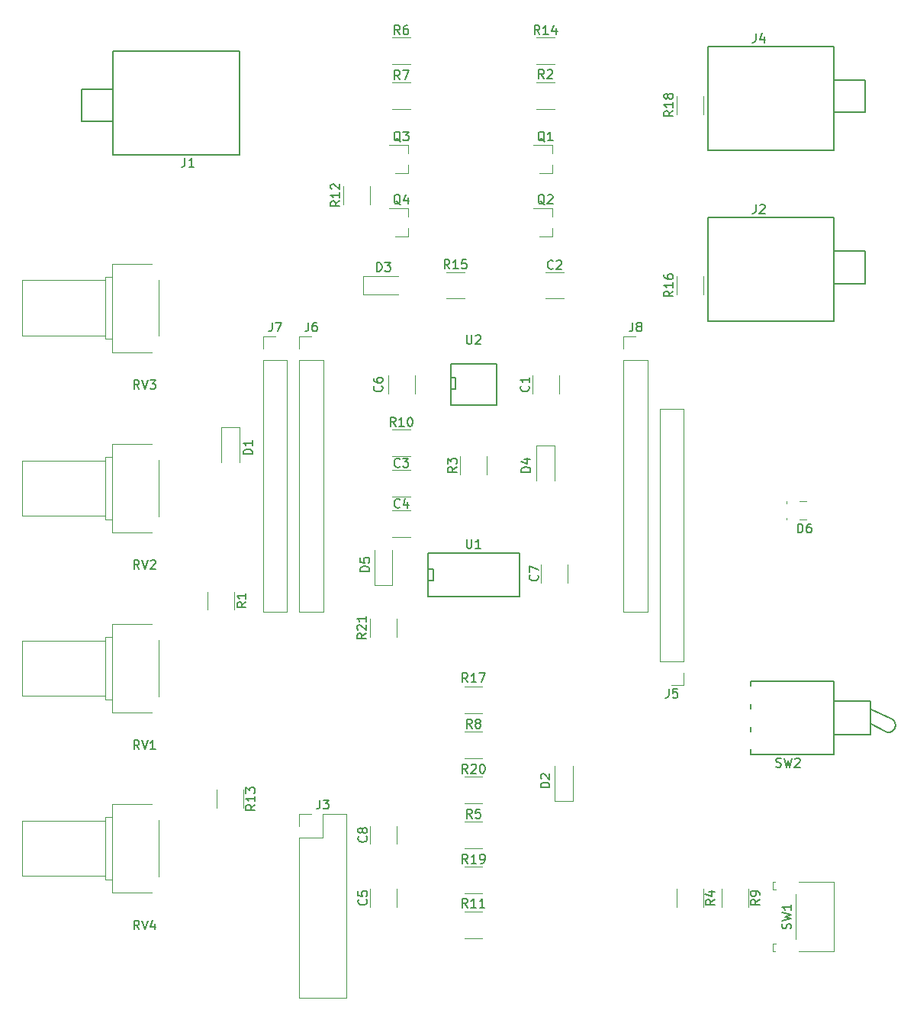
<source format=gbr>
G04 #@! TF.GenerationSoftware,KiCad,Pcbnew,(5.1.5)-3*
G04 #@! TF.CreationDate,2020-12-05T11:42:08-07:00*
G04 #@! TF.ProjectId,ADSR_Envelope,41445352-5f45-46e7-9665-6c6f70652e6b,rev?*
G04 #@! TF.SameCoordinates,Original*
G04 #@! TF.FileFunction,Legend,Top*
G04 #@! TF.FilePolarity,Positive*
%FSLAX46Y46*%
G04 Gerber Fmt 4.6, Leading zero omitted, Abs format (unit mm)*
G04 Created by KiCad (PCBNEW (5.1.5)-3) date 2020-12-05 11:42:08*
%MOMM*%
%LPD*%
G04 APERTURE LIST*
%ADD10C,0.120000*%
%ADD11C,0.150000*%
G04 APERTURE END LIST*
D10*
X73187600Y-103045600D02*
X73537600Y-103045600D01*
X73187600Y-103935600D02*
X73187600Y-103045600D01*
X73487600Y-103935600D02*
X73187600Y-103935600D01*
X76127600Y-103935600D02*
X79977600Y-103935600D01*
X80000000Y-103935600D02*
X80000000Y-96195600D01*
X79977600Y-96195600D02*
X76127600Y-96195600D01*
X75737600Y-97575600D02*
X75737600Y-102555600D01*
X73187600Y-97085600D02*
X73187600Y-96195600D01*
X73187600Y-97085600D02*
X73537600Y-97085600D01*
X73487600Y-96195600D02*
X73187600Y-96195600D01*
X56670000Y-35670000D02*
X58000000Y-35670000D01*
X56670000Y-37000000D02*
X56670000Y-35670000D01*
X56670000Y-38270000D02*
X59330000Y-38270000D01*
X59330000Y-38270000D02*
X59330000Y-66270000D01*
X56670000Y-38270000D02*
X56670000Y-66270000D01*
X56670000Y-66270000D02*
X59330000Y-66270000D01*
X14000000Y-45750000D02*
X14000000Y-49650000D01*
X12000000Y-45750000D02*
X12000000Y-49650000D01*
X14000000Y-45750000D02*
X12000000Y-45750000D01*
X62520000Y-11000000D02*
X62520000Y-9000000D01*
X65480000Y-9000000D02*
X65480000Y-11000000D01*
X76920000Y-56010000D02*
X76189000Y-56010000D01*
X74730000Y-56010000D02*
X74720000Y-56010000D01*
X76920000Y-53990000D02*
X76189000Y-53990000D01*
X74730000Y-53990000D02*
X74720000Y-53990000D01*
X74720000Y-56010000D02*
X74720000Y-55825000D01*
X74720000Y-54175000D02*
X74720000Y-53990000D01*
D11*
X0Y-11800000D02*
X-3500000Y-11800000D01*
X-3500000Y-8200000D02*
X-3500000Y-11800000D01*
X0Y-8200000D02*
X-3500000Y-8200000D01*
X0Y-15500000D02*
X0Y-4000000D01*
X14000000Y-15500000D02*
X0Y-15500000D01*
X14000000Y-4000000D02*
X14000000Y-15500000D01*
X0Y-4000000D02*
X14000000Y-4000000D01*
X80000000Y-26200000D02*
X83500000Y-26200000D01*
X83500000Y-29800000D02*
X83500000Y-26200000D01*
X80000000Y-29800000D02*
X83500000Y-29800000D01*
X80000000Y-22500000D02*
X80000000Y-34000000D01*
X66000000Y-22500000D02*
X80000000Y-22500000D01*
X66000000Y-34000000D02*
X66000000Y-22500000D01*
X80000000Y-34000000D02*
X66000000Y-34000000D01*
D10*
X20670000Y-109110000D02*
X25870000Y-109110000D01*
X20670000Y-91270000D02*
X20670000Y-109110000D01*
X25870000Y-88670000D02*
X25870000Y-109110000D01*
X20670000Y-91270000D02*
X23270000Y-91270000D01*
X23270000Y-91270000D02*
X23270000Y-88670000D01*
X23270000Y-88670000D02*
X25870000Y-88670000D01*
X20670000Y-90000000D02*
X20670000Y-88670000D01*
X20670000Y-88670000D02*
X22000000Y-88670000D01*
D11*
X80000000Y-15000000D02*
X66000000Y-15000000D01*
X66000000Y-15000000D02*
X66000000Y-3500000D01*
X66000000Y-3500000D02*
X80000000Y-3500000D01*
X80000000Y-3500000D02*
X80000000Y-15000000D01*
X80000000Y-10800000D02*
X83500000Y-10800000D01*
X83500000Y-10800000D02*
X83500000Y-7200000D01*
X80000000Y-7200000D02*
X83500000Y-7200000D01*
D10*
X-10060000Y-75560000D02*
X-10060000Y-69440000D01*
X-860000Y-75560000D02*
X-860000Y-69440000D01*
X-860000Y-69440000D02*
X-10060000Y-69440000D01*
X-860000Y-75560000D02*
X-10060000Y-75560000D01*
X-860000Y-75960000D02*
X-860000Y-69040000D01*
X-60000Y-75960000D02*
X-60000Y-69040000D01*
X-60000Y-69040000D02*
X-860000Y-69040000D01*
X-60000Y-75960000D02*
X-860000Y-75960000D01*
X-60000Y-77410000D02*
X-60000Y-67590000D01*
X5060000Y-75625000D02*
X5060000Y-69375000D01*
X4305000Y-67590000D02*
X-60000Y-67590000D01*
X4305000Y-77410000D02*
X-60000Y-77410000D01*
X4305000Y-57410000D02*
X-60000Y-57410000D01*
X4305000Y-47590000D02*
X-60000Y-47590000D01*
X5060000Y-55625000D02*
X5060000Y-49375000D01*
X-60000Y-57410000D02*
X-60000Y-47590000D01*
X-60000Y-55960000D02*
X-860000Y-55960000D01*
X-60000Y-49040000D02*
X-860000Y-49040000D01*
X-60000Y-55960000D02*
X-60000Y-49040000D01*
X-860000Y-55960000D02*
X-860000Y-49040000D01*
X-860000Y-55560000D02*
X-10060000Y-55560000D01*
X-860000Y-49440000D02*
X-10060000Y-49440000D01*
X-860000Y-55560000D02*
X-860000Y-49440000D01*
X-10060000Y-55560000D02*
X-10060000Y-49440000D01*
X4305000Y-37410000D02*
X-60000Y-37410000D01*
X4305000Y-27590000D02*
X-60000Y-27590000D01*
X5060000Y-35625000D02*
X5060000Y-29375000D01*
X-60000Y-37410000D02*
X-60000Y-27590000D01*
X-60000Y-35960000D02*
X-860000Y-35960000D01*
X-60000Y-29040000D02*
X-860000Y-29040000D01*
X-60000Y-35960000D02*
X-60000Y-29040000D01*
X-860000Y-35960000D02*
X-860000Y-29040000D01*
X-860000Y-35560000D02*
X-10060000Y-35560000D01*
X-860000Y-29440000D02*
X-10060000Y-29440000D01*
X-860000Y-35560000D02*
X-860000Y-29440000D01*
X-10060000Y-35560000D02*
X-10060000Y-29440000D01*
X-10060000Y-95560000D02*
X-10060000Y-89440000D01*
X-860000Y-95560000D02*
X-860000Y-89440000D01*
X-860000Y-89440000D02*
X-10060000Y-89440000D01*
X-860000Y-95560000D02*
X-10060000Y-95560000D01*
X-860000Y-95960000D02*
X-860000Y-89040000D01*
X-60000Y-95960000D02*
X-60000Y-89040000D01*
X-60000Y-89040000D02*
X-860000Y-89040000D01*
X-60000Y-95960000D02*
X-860000Y-95960000D01*
X-60000Y-97410000D02*
X-60000Y-87590000D01*
X5060000Y-95625000D02*
X5060000Y-89375000D01*
X4305000Y-87590000D02*
X-60000Y-87590000D01*
X4305000Y-97410000D02*
X-60000Y-97410000D01*
D11*
X86350000Y-78127000D02*
X84127500Y-77047500D01*
X84127500Y-78698500D02*
X85715000Y-79524000D01*
X80000000Y-76135000D02*
X84100000Y-76135000D01*
X84100000Y-79865000D02*
X84100000Y-76135000D01*
X80000000Y-79865000D02*
X84100000Y-79865000D01*
X70729000Y-73936000D02*
X70729000Y-74444000D01*
X70729000Y-76984000D02*
X70729000Y-76476000D01*
X70729000Y-79524000D02*
X70729000Y-79016000D01*
X70730000Y-82065000D02*
X70729000Y-81492500D01*
X80000000Y-82065000D02*
X70730000Y-82065000D01*
X80000000Y-73935000D02*
X70730000Y-73935000D01*
X80000000Y-82065000D02*
X80000000Y-73935000D01*
X86401026Y-78113848D02*
G75*
G02X85664201Y-79523999I-355826J-711652D01*
G01*
D10*
X63330000Y-43730000D02*
X60670000Y-43730000D01*
X63330000Y-71730000D02*
X63330000Y-43730000D01*
X60670000Y-71730000D02*
X60670000Y-43730000D01*
X63330000Y-71730000D02*
X60670000Y-71730000D01*
X63330000Y-73000000D02*
X63330000Y-74330000D01*
X63330000Y-74330000D02*
X62000000Y-74330000D01*
X20670000Y-35670000D02*
X22000000Y-35670000D01*
X20670000Y-37000000D02*
X20670000Y-35670000D01*
X20670000Y-38270000D02*
X23330000Y-38270000D01*
X23330000Y-38270000D02*
X23330000Y-66270000D01*
X20670000Y-38270000D02*
X20670000Y-66270000D01*
X20670000Y-66270000D02*
X23330000Y-66270000D01*
X16670000Y-66270000D02*
X19330000Y-66270000D01*
X16670000Y-38270000D02*
X16670000Y-66270000D01*
X19330000Y-38270000D02*
X19330000Y-66270000D01*
X16670000Y-38270000D02*
X19330000Y-38270000D01*
X16670000Y-37000000D02*
X16670000Y-35670000D01*
X16670000Y-35670000D02*
X18000000Y-35670000D01*
X49480000Y-42000000D02*
X49480000Y-40000000D01*
X46520000Y-40000000D02*
X46520000Y-42000000D01*
X50000000Y-28520000D02*
X48000000Y-28520000D01*
X48000000Y-31480000D02*
X50000000Y-31480000D01*
X33000000Y-50520000D02*
X31000000Y-50520000D01*
X31000000Y-53480000D02*
X33000000Y-53480000D01*
X31000000Y-57980000D02*
X33000000Y-57980000D01*
X33000000Y-55020000D02*
X31000000Y-55020000D01*
X31480000Y-99000000D02*
X31480000Y-97000000D01*
X28520000Y-97000000D02*
X28520000Y-99000000D01*
X30520000Y-40000000D02*
X30520000Y-42000000D01*
X33480000Y-42000000D02*
X33480000Y-40000000D01*
X47520000Y-61000000D02*
X47520000Y-63000000D01*
X50480000Y-63000000D02*
X50480000Y-61000000D01*
X28520000Y-90000000D02*
X28520000Y-92000000D01*
X31480000Y-92000000D02*
X31480000Y-90000000D01*
X49000000Y-87250000D02*
X49000000Y-83350000D01*
X51000000Y-87250000D02*
X51000000Y-83350000D01*
X49000000Y-87250000D02*
X51000000Y-87250000D01*
X27750000Y-29000000D02*
X27750000Y-31000000D01*
X27750000Y-31000000D02*
X31650000Y-31000000D01*
X27750000Y-29000000D02*
X31650000Y-29000000D01*
X49000000Y-47750000D02*
X47000000Y-47750000D01*
X47000000Y-47750000D02*
X47000000Y-51650000D01*
X49000000Y-47750000D02*
X49000000Y-51650000D01*
X29000000Y-63250000D02*
X29000000Y-59350000D01*
X31000000Y-63250000D02*
X31000000Y-59350000D01*
X29000000Y-63250000D02*
X31000000Y-63250000D01*
X48760000Y-17580000D02*
X48760000Y-16650000D01*
X48760000Y-14420000D02*
X48760000Y-15350000D01*
X48760000Y-14420000D02*
X46600000Y-14420000D01*
X48760000Y-17580000D02*
X47300000Y-17580000D01*
X48760000Y-24580000D02*
X48760000Y-23650000D01*
X48760000Y-21420000D02*
X48760000Y-22350000D01*
X48760000Y-21420000D02*
X46600000Y-21420000D01*
X48760000Y-24580000D02*
X47300000Y-24580000D01*
X32760000Y-17580000D02*
X31300000Y-17580000D01*
X32760000Y-14420000D02*
X30600000Y-14420000D01*
X32760000Y-14420000D02*
X32760000Y-15350000D01*
X32760000Y-17580000D02*
X32760000Y-16650000D01*
X32760000Y-24580000D02*
X31300000Y-24580000D01*
X32760000Y-21420000D02*
X30600000Y-21420000D01*
X32760000Y-21420000D02*
X32760000Y-22350000D01*
X32760000Y-24580000D02*
X32760000Y-23650000D01*
X13480000Y-64000000D02*
X13480000Y-66000000D01*
X10520000Y-66000000D02*
X10520000Y-64000000D01*
X47000000Y-7520000D02*
X49000000Y-7520000D01*
X49000000Y-10480000D02*
X47000000Y-10480000D01*
X38520000Y-51000000D02*
X38520000Y-49000000D01*
X41480000Y-49000000D02*
X41480000Y-51000000D01*
X65480000Y-97000000D02*
X65480000Y-99000000D01*
X62520000Y-99000000D02*
X62520000Y-97000000D01*
X41000000Y-92480000D02*
X39000000Y-92480000D01*
X39000000Y-89520000D02*
X41000000Y-89520000D01*
X33000000Y-5480000D02*
X31000000Y-5480000D01*
X31000000Y-2520000D02*
X33000000Y-2520000D01*
X31000000Y-7520000D02*
X33000000Y-7520000D01*
X33000000Y-10480000D02*
X31000000Y-10480000D01*
X39000000Y-79520000D02*
X41000000Y-79520000D01*
X41000000Y-82480000D02*
X39000000Y-82480000D01*
X67520000Y-99000000D02*
X67520000Y-97000000D01*
X70480000Y-97000000D02*
X70480000Y-99000000D01*
X33000000Y-48980000D02*
X31000000Y-48980000D01*
X31000000Y-46020000D02*
X33000000Y-46020000D01*
X39000000Y-99520000D02*
X41000000Y-99520000D01*
X41000000Y-102480000D02*
X39000000Y-102480000D01*
X25520000Y-21000000D02*
X25520000Y-19000000D01*
X28480000Y-19000000D02*
X28480000Y-21000000D01*
X11520000Y-88000000D02*
X11520000Y-86000000D01*
X14480000Y-86000000D02*
X14480000Y-88000000D01*
X49000000Y-5480000D02*
X47000000Y-5480000D01*
X47000000Y-2520000D02*
X49000000Y-2520000D01*
X37000000Y-28520000D02*
X39000000Y-28520000D01*
X39000000Y-31480000D02*
X37000000Y-31480000D01*
X65480000Y-29000000D02*
X65480000Y-31000000D01*
X62520000Y-31000000D02*
X62520000Y-29000000D01*
X41000000Y-77480000D02*
X39000000Y-77480000D01*
X39000000Y-74520000D02*
X41000000Y-74520000D01*
X41000000Y-97480000D02*
X39000000Y-97480000D01*
X39000000Y-94520000D02*
X41000000Y-94520000D01*
X39000000Y-84520000D02*
X41000000Y-84520000D01*
X41000000Y-87480000D02*
X39000000Y-87480000D01*
X31480000Y-67000000D02*
X31480000Y-69000000D01*
X28520000Y-69000000D02*
X28520000Y-67000000D01*
D11*
X35555000Y-62762000D02*
X34920000Y-62762000D01*
X35555000Y-61492000D02*
X35555000Y-62762000D01*
X34920000Y-61492000D02*
X35555000Y-61492000D01*
X34920000Y-59714000D02*
X45080000Y-59714000D01*
X34920000Y-64540000D02*
X34920000Y-59714000D01*
X45080000Y-64540000D02*
X34920000Y-64540000D01*
X45080000Y-59714000D02*
X45080000Y-64540000D01*
X37968000Y-41508000D02*
X37460000Y-41508000D01*
X37968000Y-40238000D02*
X37968000Y-41508000D01*
X37460000Y-40238000D02*
X37968000Y-40238000D01*
X37460000Y-43286000D02*
X37460000Y-38714000D01*
X42540000Y-43286000D02*
X37460000Y-43286000D01*
X42540000Y-38714000D02*
X42540000Y-43286000D01*
X37460000Y-38714000D02*
X42540000Y-38714000D01*
X75212361Y-101398933D02*
X75259980Y-101256076D01*
X75259980Y-101017980D01*
X75212361Y-100922742D01*
X75164742Y-100875123D01*
X75069504Y-100827504D01*
X74974266Y-100827504D01*
X74879028Y-100875123D01*
X74831409Y-100922742D01*
X74783790Y-101017980D01*
X74736171Y-101208457D01*
X74688552Y-101303695D01*
X74640933Y-101351314D01*
X74545695Y-101398933D01*
X74450457Y-101398933D01*
X74355219Y-101351314D01*
X74307600Y-101303695D01*
X74259980Y-101208457D01*
X74259980Y-100970361D01*
X74307600Y-100827504D01*
X74259980Y-100494171D02*
X75259980Y-100256076D01*
X74545695Y-100065600D01*
X75259980Y-99875123D01*
X74259980Y-99637028D01*
X75259980Y-98732266D02*
X75259980Y-99303695D01*
X75259980Y-99017980D02*
X74259980Y-99017980D01*
X74402838Y-99113219D01*
X74498076Y-99208457D01*
X74545695Y-99303695D01*
X57666666Y-34122380D02*
X57666666Y-34836666D01*
X57619047Y-34979523D01*
X57523809Y-35074761D01*
X57380952Y-35122380D01*
X57285714Y-35122380D01*
X58285714Y-34550952D02*
X58190476Y-34503333D01*
X58142857Y-34455714D01*
X58095238Y-34360476D01*
X58095238Y-34312857D01*
X58142857Y-34217619D01*
X58190476Y-34170000D01*
X58285714Y-34122380D01*
X58476190Y-34122380D01*
X58571428Y-34170000D01*
X58619047Y-34217619D01*
X58666666Y-34312857D01*
X58666666Y-34360476D01*
X58619047Y-34455714D01*
X58571428Y-34503333D01*
X58476190Y-34550952D01*
X58285714Y-34550952D01*
X58190476Y-34598571D01*
X58142857Y-34646190D01*
X58095238Y-34741428D01*
X58095238Y-34931904D01*
X58142857Y-35027142D01*
X58190476Y-35074761D01*
X58285714Y-35122380D01*
X58476190Y-35122380D01*
X58571428Y-35074761D01*
X58619047Y-35027142D01*
X58666666Y-34931904D01*
X58666666Y-34741428D01*
X58619047Y-34646190D01*
X58571428Y-34598571D01*
X58476190Y-34550952D01*
X15452380Y-48738095D02*
X14452380Y-48738095D01*
X14452380Y-48500000D01*
X14500000Y-48357142D01*
X14595238Y-48261904D01*
X14690476Y-48214285D01*
X14880952Y-48166666D01*
X15023809Y-48166666D01*
X15214285Y-48214285D01*
X15309523Y-48261904D01*
X15404761Y-48357142D01*
X15452380Y-48500000D01*
X15452380Y-48738095D01*
X15452380Y-47214285D02*
X15452380Y-47785714D01*
X15452380Y-47500000D02*
X14452380Y-47500000D01*
X14595238Y-47595238D01*
X14690476Y-47690476D01*
X14738095Y-47785714D01*
X62152380Y-10642857D02*
X61676190Y-10976190D01*
X62152380Y-11214285D02*
X61152380Y-11214285D01*
X61152380Y-10833333D01*
X61200000Y-10738095D01*
X61247619Y-10690476D01*
X61342857Y-10642857D01*
X61485714Y-10642857D01*
X61580952Y-10690476D01*
X61628571Y-10738095D01*
X61676190Y-10833333D01*
X61676190Y-11214285D01*
X62152380Y-9690476D02*
X62152380Y-10261904D01*
X62152380Y-9976190D02*
X61152380Y-9976190D01*
X61295238Y-10071428D01*
X61390476Y-10166666D01*
X61438095Y-10261904D01*
X61580952Y-9119047D02*
X61533333Y-9214285D01*
X61485714Y-9261904D01*
X61390476Y-9309523D01*
X61342857Y-9309523D01*
X61247619Y-9261904D01*
X61200000Y-9214285D01*
X61152380Y-9119047D01*
X61152380Y-8928571D01*
X61200000Y-8833333D01*
X61247619Y-8785714D01*
X61342857Y-8738095D01*
X61390476Y-8738095D01*
X61485714Y-8785714D01*
X61533333Y-8833333D01*
X61580952Y-8928571D01*
X61580952Y-9119047D01*
X61628571Y-9214285D01*
X61676190Y-9261904D01*
X61771428Y-9309523D01*
X61961904Y-9309523D01*
X62057142Y-9261904D01*
X62104761Y-9214285D01*
X62152380Y-9119047D01*
X62152380Y-8928571D01*
X62104761Y-8833333D01*
X62057142Y-8785714D01*
X61961904Y-8738095D01*
X61771428Y-8738095D01*
X61676190Y-8785714D01*
X61628571Y-8833333D01*
X61580952Y-8928571D01*
X75991904Y-57462380D02*
X75991904Y-56462380D01*
X76230000Y-56462380D01*
X76372857Y-56510000D01*
X76468095Y-56605238D01*
X76515714Y-56700476D01*
X76563333Y-56890952D01*
X76563333Y-57033809D01*
X76515714Y-57224285D01*
X76468095Y-57319523D01*
X76372857Y-57414761D01*
X76230000Y-57462380D01*
X75991904Y-57462380D01*
X77420476Y-56462380D02*
X77230000Y-56462380D01*
X77134761Y-56510000D01*
X77087142Y-56557619D01*
X76991904Y-56700476D01*
X76944285Y-56890952D01*
X76944285Y-57271904D01*
X76991904Y-57367142D01*
X77039523Y-57414761D01*
X77134761Y-57462380D01*
X77325238Y-57462380D01*
X77420476Y-57414761D01*
X77468095Y-57367142D01*
X77515714Y-57271904D01*
X77515714Y-57033809D01*
X77468095Y-56938571D01*
X77420476Y-56890952D01*
X77325238Y-56843333D01*
X77134761Y-56843333D01*
X77039523Y-56890952D01*
X76991904Y-56938571D01*
X76944285Y-57033809D01*
X7985166Y-15865880D02*
X7985166Y-16580166D01*
X7937547Y-16723023D01*
X7842309Y-16818261D01*
X7699452Y-16865880D01*
X7604214Y-16865880D01*
X8985166Y-16865880D02*
X8413738Y-16865880D01*
X8699452Y-16865880D02*
X8699452Y-15865880D01*
X8604214Y-16008738D01*
X8508976Y-16103976D01*
X8413738Y-16151595D01*
X71348166Y-21038880D02*
X71348166Y-21753166D01*
X71300547Y-21896023D01*
X71205309Y-21991261D01*
X71062452Y-22038880D01*
X70967214Y-22038880D01*
X71776738Y-21134119D02*
X71824357Y-21086500D01*
X71919595Y-21038880D01*
X72157690Y-21038880D01*
X72252928Y-21086500D01*
X72300547Y-21134119D01*
X72348166Y-21229357D01*
X72348166Y-21324595D01*
X72300547Y-21467452D01*
X71729119Y-22038880D01*
X72348166Y-22038880D01*
X22936666Y-87122380D02*
X22936666Y-87836666D01*
X22889047Y-87979523D01*
X22793809Y-88074761D01*
X22650952Y-88122380D01*
X22555714Y-88122380D01*
X23317619Y-87122380D02*
X23936666Y-87122380D01*
X23603333Y-87503333D01*
X23746190Y-87503333D01*
X23841428Y-87550952D01*
X23889047Y-87598571D01*
X23936666Y-87693809D01*
X23936666Y-87931904D01*
X23889047Y-88027142D01*
X23841428Y-88074761D01*
X23746190Y-88122380D01*
X23460476Y-88122380D01*
X23365238Y-88074761D01*
X23317619Y-88027142D01*
X71348166Y-2038880D02*
X71348166Y-2753166D01*
X71300547Y-2896023D01*
X71205309Y-2991261D01*
X71062452Y-3038880D01*
X70967214Y-3038880D01*
X72252928Y-2372214D02*
X72252928Y-3038880D01*
X72014833Y-1991261D02*
X71776738Y-2705547D01*
X72395785Y-2705547D01*
X2904761Y-81502380D02*
X2571428Y-81026190D01*
X2333333Y-81502380D02*
X2333333Y-80502380D01*
X2714285Y-80502380D01*
X2809523Y-80550000D01*
X2857142Y-80597619D01*
X2904761Y-80692857D01*
X2904761Y-80835714D01*
X2857142Y-80930952D01*
X2809523Y-80978571D01*
X2714285Y-81026190D01*
X2333333Y-81026190D01*
X3190476Y-80502380D02*
X3523809Y-81502380D01*
X3857142Y-80502380D01*
X4714285Y-81502380D02*
X4142857Y-81502380D01*
X4428571Y-81502380D02*
X4428571Y-80502380D01*
X4333333Y-80645238D01*
X4238095Y-80740476D01*
X4142857Y-80788095D01*
X2904761Y-61502380D02*
X2571428Y-61026190D01*
X2333333Y-61502380D02*
X2333333Y-60502380D01*
X2714285Y-60502380D01*
X2809523Y-60550000D01*
X2857142Y-60597619D01*
X2904761Y-60692857D01*
X2904761Y-60835714D01*
X2857142Y-60930952D01*
X2809523Y-60978571D01*
X2714285Y-61026190D01*
X2333333Y-61026190D01*
X3190476Y-60502380D02*
X3523809Y-61502380D01*
X3857142Y-60502380D01*
X4142857Y-60597619D02*
X4190476Y-60550000D01*
X4285714Y-60502380D01*
X4523809Y-60502380D01*
X4619047Y-60550000D01*
X4666666Y-60597619D01*
X4714285Y-60692857D01*
X4714285Y-60788095D01*
X4666666Y-60930952D01*
X4095238Y-61502380D01*
X4714285Y-61502380D01*
X2904761Y-41502380D02*
X2571428Y-41026190D01*
X2333333Y-41502380D02*
X2333333Y-40502380D01*
X2714285Y-40502380D01*
X2809523Y-40550000D01*
X2857142Y-40597619D01*
X2904761Y-40692857D01*
X2904761Y-40835714D01*
X2857142Y-40930952D01*
X2809523Y-40978571D01*
X2714285Y-41026190D01*
X2333333Y-41026190D01*
X3190476Y-40502380D02*
X3523809Y-41502380D01*
X3857142Y-40502380D01*
X4095238Y-40502380D02*
X4714285Y-40502380D01*
X4380952Y-40883333D01*
X4523809Y-40883333D01*
X4619047Y-40930952D01*
X4666666Y-40978571D01*
X4714285Y-41073809D01*
X4714285Y-41311904D01*
X4666666Y-41407142D01*
X4619047Y-41454761D01*
X4523809Y-41502380D01*
X4238095Y-41502380D01*
X4142857Y-41454761D01*
X4095238Y-41407142D01*
X2904761Y-101502380D02*
X2571428Y-101026190D01*
X2333333Y-101502380D02*
X2333333Y-100502380D01*
X2714285Y-100502380D01*
X2809523Y-100550000D01*
X2857142Y-100597619D01*
X2904761Y-100692857D01*
X2904761Y-100835714D01*
X2857142Y-100930952D01*
X2809523Y-100978571D01*
X2714285Y-101026190D01*
X2333333Y-101026190D01*
X3190476Y-100502380D02*
X3523809Y-101502380D01*
X3857142Y-100502380D01*
X4619047Y-100835714D02*
X4619047Y-101502380D01*
X4380952Y-100454761D02*
X4142857Y-101169047D01*
X4761904Y-101169047D01*
X73586666Y-83421261D02*
X73729523Y-83468880D01*
X73967619Y-83468880D01*
X74062857Y-83421261D01*
X74110476Y-83373642D01*
X74158095Y-83278404D01*
X74158095Y-83183166D01*
X74110476Y-83087928D01*
X74062857Y-83040309D01*
X73967619Y-82992690D01*
X73777142Y-82945071D01*
X73681904Y-82897452D01*
X73634285Y-82849833D01*
X73586666Y-82754595D01*
X73586666Y-82659357D01*
X73634285Y-82564119D01*
X73681904Y-82516500D01*
X73777142Y-82468880D01*
X74015238Y-82468880D01*
X74158095Y-82516500D01*
X74491428Y-82468880D02*
X74729523Y-83468880D01*
X74920000Y-82754595D01*
X75110476Y-83468880D01*
X75348571Y-82468880D01*
X75681904Y-82564119D02*
X75729523Y-82516500D01*
X75824761Y-82468880D01*
X76062857Y-82468880D01*
X76158095Y-82516500D01*
X76205714Y-82564119D01*
X76253333Y-82659357D01*
X76253333Y-82754595D01*
X76205714Y-82897452D01*
X75634285Y-83468880D01*
X76253333Y-83468880D01*
X61666666Y-74782380D02*
X61666666Y-75496666D01*
X61619047Y-75639523D01*
X61523809Y-75734761D01*
X61380952Y-75782380D01*
X61285714Y-75782380D01*
X62619047Y-74782380D02*
X62142857Y-74782380D01*
X62095238Y-75258571D01*
X62142857Y-75210952D01*
X62238095Y-75163333D01*
X62476190Y-75163333D01*
X62571428Y-75210952D01*
X62619047Y-75258571D01*
X62666666Y-75353809D01*
X62666666Y-75591904D01*
X62619047Y-75687142D01*
X62571428Y-75734761D01*
X62476190Y-75782380D01*
X62238095Y-75782380D01*
X62142857Y-75734761D01*
X62095238Y-75687142D01*
X21666666Y-34122380D02*
X21666666Y-34836666D01*
X21619047Y-34979523D01*
X21523809Y-35074761D01*
X21380952Y-35122380D01*
X21285714Y-35122380D01*
X22571428Y-34122380D02*
X22380952Y-34122380D01*
X22285714Y-34170000D01*
X22238095Y-34217619D01*
X22142857Y-34360476D01*
X22095238Y-34550952D01*
X22095238Y-34931904D01*
X22142857Y-35027142D01*
X22190476Y-35074761D01*
X22285714Y-35122380D01*
X22476190Y-35122380D01*
X22571428Y-35074761D01*
X22619047Y-35027142D01*
X22666666Y-34931904D01*
X22666666Y-34693809D01*
X22619047Y-34598571D01*
X22571428Y-34550952D01*
X22476190Y-34503333D01*
X22285714Y-34503333D01*
X22190476Y-34550952D01*
X22142857Y-34598571D01*
X22095238Y-34693809D01*
X17666666Y-34122380D02*
X17666666Y-34836666D01*
X17619047Y-34979523D01*
X17523809Y-35074761D01*
X17380952Y-35122380D01*
X17285714Y-35122380D01*
X18047619Y-34122380D02*
X18714285Y-34122380D01*
X18285714Y-35122380D01*
X46107142Y-41166666D02*
X46154761Y-41214285D01*
X46202380Y-41357142D01*
X46202380Y-41452380D01*
X46154761Y-41595238D01*
X46059523Y-41690476D01*
X45964285Y-41738095D01*
X45773809Y-41785714D01*
X45630952Y-41785714D01*
X45440476Y-41738095D01*
X45345238Y-41690476D01*
X45250000Y-41595238D01*
X45202380Y-41452380D01*
X45202380Y-41357142D01*
X45250000Y-41214285D01*
X45297619Y-41166666D01*
X46202380Y-40214285D02*
X46202380Y-40785714D01*
X46202380Y-40500000D02*
X45202380Y-40500000D01*
X45345238Y-40595238D01*
X45440476Y-40690476D01*
X45488095Y-40785714D01*
X48833333Y-28107142D02*
X48785714Y-28154761D01*
X48642857Y-28202380D01*
X48547619Y-28202380D01*
X48404761Y-28154761D01*
X48309523Y-28059523D01*
X48261904Y-27964285D01*
X48214285Y-27773809D01*
X48214285Y-27630952D01*
X48261904Y-27440476D01*
X48309523Y-27345238D01*
X48404761Y-27250000D01*
X48547619Y-27202380D01*
X48642857Y-27202380D01*
X48785714Y-27250000D01*
X48833333Y-27297619D01*
X49214285Y-27297619D02*
X49261904Y-27250000D01*
X49357142Y-27202380D01*
X49595238Y-27202380D01*
X49690476Y-27250000D01*
X49738095Y-27297619D01*
X49785714Y-27392857D01*
X49785714Y-27488095D01*
X49738095Y-27630952D01*
X49166666Y-28202380D01*
X49785714Y-28202380D01*
X31833333Y-50107142D02*
X31785714Y-50154761D01*
X31642857Y-50202380D01*
X31547619Y-50202380D01*
X31404761Y-50154761D01*
X31309523Y-50059523D01*
X31261904Y-49964285D01*
X31214285Y-49773809D01*
X31214285Y-49630952D01*
X31261904Y-49440476D01*
X31309523Y-49345238D01*
X31404761Y-49250000D01*
X31547619Y-49202380D01*
X31642857Y-49202380D01*
X31785714Y-49250000D01*
X31833333Y-49297619D01*
X32166666Y-49202380D02*
X32785714Y-49202380D01*
X32452380Y-49583333D01*
X32595238Y-49583333D01*
X32690476Y-49630952D01*
X32738095Y-49678571D01*
X32785714Y-49773809D01*
X32785714Y-50011904D01*
X32738095Y-50107142D01*
X32690476Y-50154761D01*
X32595238Y-50202380D01*
X32309523Y-50202380D01*
X32214285Y-50154761D01*
X32166666Y-50107142D01*
X31833333Y-54607142D02*
X31785714Y-54654761D01*
X31642857Y-54702380D01*
X31547619Y-54702380D01*
X31404761Y-54654761D01*
X31309523Y-54559523D01*
X31261904Y-54464285D01*
X31214285Y-54273809D01*
X31214285Y-54130952D01*
X31261904Y-53940476D01*
X31309523Y-53845238D01*
X31404761Y-53750000D01*
X31547619Y-53702380D01*
X31642857Y-53702380D01*
X31785714Y-53750000D01*
X31833333Y-53797619D01*
X32690476Y-54035714D02*
X32690476Y-54702380D01*
X32452380Y-53654761D02*
X32214285Y-54369047D01*
X32833333Y-54369047D01*
X28107142Y-98166666D02*
X28154761Y-98214285D01*
X28202380Y-98357142D01*
X28202380Y-98452380D01*
X28154761Y-98595238D01*
X28059523Y-98690476D01*
X27964285Y-98738095D01*
X27773809Y-98785714D01*
X27630952Y-98785714D01*
X27440476Y-98738095D01*
X27345238Y-98690476D01*
X27250000Y-98595238D01*
X27202380Y-98452380D01*
X27202380Y-98357142D01*
X27250000Y-98214285D01*
X27297619Y-98166666D01*
X27202380Y-97261904D02*
X27202380Y-97738095D01*
X27678571Y-97785714D01*
X27630952Y-97738095D01*
X27583333Y-97642857D01*
X27583333Y-97404761D01*
X27630952Y-97309523D01*
X27678571Y-97261904D01*
X27773809Y-97214285D01*
X28011904Y-97214285D01*
X28107142Y-97261904D01*
X28154761Y-97309523D01*
X28202380Y-97404761D01*
X28202380Y-97642857D01*
X28154761Y-97738095D01*
X28107142Y-97785714D01*
X29821142Y-41187666D02*
X29868761Y-41235285D01*
X29916380Y-41378142D01*
X29916380Y-41473380D01*
X29868761Y-41616238D01*
X29773523Y-41711476D01*
X29678285Y-41759095D01*
X29487809Y-41806714D01*
X29344952Y-41806714D01*
X29154476Y-41759095D01*
X29059238Y-41711476D01*
X28964000Y-41616238D01*
X28916380Y-41473380D01*
X28916380Y-41378142D01*
X28964000Y-41235285D01*
X29011619Y-41187666D01*
X28916380Y-40330523D02*
X28916380Y-40521000D01*
X28964000Y-40616238D01*
X29011619Y-40663857D01*
X29154476Y-40759095D01*
X29344952Y-40806714D01*
X29725904Y-40806714D01*
X29821142Y-40759095D01*
X29868761Y-40711476D01*
X29916380Y-40616238D01*
X29916380Y-40425761D01*
X29868761Y-40330523D01*
X29821142Y-40282904D01*
X29725904Y-40235285D01*
X29487809Y-40235285D01*
X29392571Y-40282904D01*
X29344952Y-40330523D01*
X29297333Y-40425761D01*
X29297333Y-40616238D01*
X29344952Y-40711476D01*
X29392571Y-40759095D01*
X29487809Y-40806714D01*
X47107142Y-62166666D02*
X47154761Y-62214285D01*
X47202380Y-62357142D01*
X47202380Y-62452380D01*
X47154761Y-62595238D01*
X47059523Y-62690476D01*
X46964285Y-62738095D01*
X46773809Y-62785714D01*
X46630952Y-62785714D01*
X46440476Y-62738095D01*
X46345238Y-62690476D01*
X46250000Y-62595238D01*
X46202380Y-62452380D01*
X46202380Y-62357142D01*
X46250000Y-62214285D01*
X46297619Y-62166666D01*
X46202380Y-61833333D02*
X46202380Y-61166666D01*
X47202380Y-61595238D01*
X28107142Y-91166666D02*
X28154761Y-91214285D01*
X28202380Y-91357142D01*
X28202380Y-91452380D01*
X28154761Y-91595238D01*
X28059523Y-91690476D01*
X27964285Y-91738095D01*
X27773809Y-91785714D01*
X27630952Y-91785714D01*
X27440476Y-91738095D01*
X27345238Y-91690476D01*
X27250000Y-91595238D01*
X27202380Y-91452380D01*
X27202380Y-91357142D01*
X27250000Y-91214285D01*
X27297619Y-91166666D01*
X27630952Y-90595238D02*
X27583333Y-90690476D01*
X27535714Y-90738095D01*
X27440476Y-90785714D01*
X27392857Y-90785714D01*
X27297619Y-90738095D01*
X27250000Y-90690476D01*
X27202380Y-90595238D01*
X27202380Y-90404761D01*
X27250000Y-90309523D01*
X27297619Y-90261904D01*
X27392857Y-90214285D01*
X27440476Y-90214285D01*
X27535714Y-90261904D01*
X27583333Y-90309523D01*
X27630952Y-90404761D01*
X27630952Y-90595238D01*
X27678571Y-90690476D01*
X27726190Y-90738095D01*
X27821428Y-90785714D01*
X28011904Y-90785714D01*
X28107142Y-90738095D01*
X28154761Y-90690476D01*
X28202380Y-90595238D01*
X28202380Y-90404761D01*
X28154761Y-90309523D01*
X28107142Y-90261904D01*
X28011904Y-90214285D01*
X27821428Y-90214285D01*
X27726190Y-90261904D01*
X27678571Y-90309523D01*
X27630952Y-90404761D01*
X48452380Y-85738095D02*
X47452380Y-85738095D01*
X47452380Y-85500000D01*
X47500000Y-85357142D01*
X47595238Y-85261904D01*
X47690476Y-85214285D01*
X47880952Y-85166666D01*
X48023809Y-85166666D01*
X48214285Y-85214285D01*
X48309523Y-85261904D01*
X48404761Y-85357142D01*
X48452380Y-85500000D01*
X48452380Y-85738095D01*
X47547619Y-84785714D02*
X47500000Y-84738095D01*
X47452380Y-84642857D01*
X47452380Y-84404761D01*
X47500000Y-84309523D01*
X47547619Y-84261904D01*
X47642857Y-84214285D01*
X47738095Y-84214285D01*
X47880952Y-84261904D01*
X48452380Y-84833333D01*
X48452380Y-84214285D01*
X29261904Y-28452380D02*
X29261904Y-27452380D01*
X29500000Y-27452380D01*
X29642857Y-27500000D01*
X29738095Y-27595238D01*
X29785714Y-27690476D01*
X29833333Y-27880952D01*
X29833333Y-28023809D01*
X29785714Y-28214285D01*
X29738095Y-28309523D01*
X29642857Y-28404761D01*
X29500000Y-28452380D01*
X29261904Y-28452380D01*
X30166666Y-27452380D02*
X30785714Y-27452380D01*
X30452380Y-27833333D01*
X30595238Y-27833333D01*
X30690476Y-27880952D01*
X30738095Y-27928571D01*
X30785714Y-28023809D01*
X30785714Y-28261904D01*
X30738095Y-28357142D01*
X30690476Y-28404761D01*
X30595238Y-28452380D01*
X30309523Y-28452380D01*
X30214285Y-28404761D01*
X30166666Y-28357142D01*
X46324780Y-50738095D02*
X45324780Y-50738095D01*
X45324780Y-50500000D01*
X45372400Y-50357142D01*
X45467638Y-50261904D01*
X45562876Y-50214285D01*
X45753352Y-50166666D01*
X45896209Y-50166666D01*
X46086685Y-50214285D01*
X46181923Y-50261904D01*
X46277161Y-50357142D01*
X46324780Y-50500000D01*
X46324780Y-50738095D01*
X45658114Y-49309523D02*
X46324780Y-49309523D01*
X45277161Y-49547619D02*
X45991447Y-49785714D01*
X45991447Y-49166666D01*
X28443180Y-61738095D02*
X27443180Y-61738095D01*
X27443180Y-61500000D01*
X27490800Y-61357142D01*
X27586038Y-61261904D01*
X27681276Y-61214285D01*
X27871752Y-61166666D01*
X28014609Y-61166666D01*
X28205085Y-61214285D01*
X28300323Y-61261904D01*
X28395561Y-61357142D01*
X28443180Y-61500000D01*
X28443180Y-61738095D01*
X27443180Y-60261904D02*
X27443180Y-60738095D01*
X27919371Y-60785714D01*
X27871752Y-60738095D01*
X27824133Y-60642857D01*
X27824133Y-60404761D01*
X27871752Y-60309523D01*
X27919371Y-60261904D01*
X28014609Y-60214285D01*
X28252704Y-60214285D01*
X28347942Y-60261904D01*
X28395561Y-60309523D01*
X28443180Y-60404761D01*
X28443180Y-60642857D01*
X28395561Y-60738095D01*
X28347942Y-60785714D01*
X47904761Y-14047619D02*
X47809523Y-14000000D01*
X47714285Y-13904761D01*
X47571428Y-13761904D01*
X47476190Y-13714285D01*
X47380952Y-13714285D01*
X47428571Y-13952380D02*
X47333333Y-13904761D01*
X47238095Y-13809523D01*
X47190476Y-13619047D01*
X47190476Y-13285714D01*
X47238095Y-13095238D01*
X47333333Y-13000000D01*
X47428571Y-12952380D01*
X47619047Y-12952380D01*
X47714285Y-13000000D01*
X47809523Y-13095238D01*
X47857142Y-13285714D01*
X47857142Y-13619047D01*
X47809523Y-13809523D01*
X47714285Y-13904761D01*
X47619047Y-13952380D01*
X47428571Y-13952380D01*
X48809523Y-13952380D02*
X48238095Y-13952380D01*
X48523809Y-13952380D02*
X48523809Y-12952380D01*
X48428571Y-13095238D01*
X48333333Y-13190476D01*
X48238095Y-13238095D01*
X47904761Y-21047619D02*
X47809523Y-21000000D01*
X47714285Y-20904761D01*
X47571428Y-20761904D01*
X47476190Y-20714285D01*
X47380952Y-20714285D01*
X47428571Y-20952380D02*
X47333333Y-20904761D01*
X47238095Y-20809523D01*
X47190476Y-20619047D01*
X47190476Y-20285714D01*
X47238095Y-20095238D01*
X47333333Y-20000000D01*
X47428571Y-19952380D01*
X47619047Y-19952380D01*
X47714285Y-20000000D01*
X47809523Y-20095238D01*
X47857142Y-20285714D01*
X47857142Y-20619047D01*
X47809523Y-20809523D01*
X47714285Y-20904761D01*
X47619047Y-20952380D01*
X47428571Y-20952380D01*
X48238095Y-20047619D02*
X48285714Y-20000000D01*
X48380952Y-19952380D01*
X48619047Y-19952380D01*
X48714285Y-20000000D01*
X48761904Y-20047619D01*
X48809523Y-20142857D01*
X48809523Y-20238095D01*
X48761904Y-20380952D01*
X48190476Y-20952380D01*
X48809523Y-20952380D01*
X31904761Y-14047619D02*
X31809523Y-14000000D01*
X31714285Y-13904761D01*
X31571428Y-13761904D01*
X31476190Y-13714285D01*
X31380952Y-13714285D01*
X31428571Y-13952380D02*
X31333333Y-13904761D01*
X31238095Y-13809523D01*
X31190476Y-13619047D01*
X31190476Y-13285714D01*
X31238095Y-13095238D01*
X31333333Y-13000000D01*
X31428571Y-12952380D01*
X31619047Y-12952380D01*
X31714285Y-13000000D01*
X31809523Y-13095238D01*
X31857142Y-13285714D01*
X31857142Y-13619047D01*
X31809523Y-13809523D01*
X31714285Y-13904761D01*
X31619047Y-13952380D01*
X31428571Y-13952380D01*
X32190476Y-12952380D02*
X32809523Y-12952380D01*
X32476190Y-13333333D01*
X32619047Y-13333333D01*
X32714285Y-13380952D01*
X32761904Y-13428571D01*
X32809523Y-13523809D01*
X32809523Y-13761904D01*
X32761904Y-13857142D01*
X32714285Y-13904761D01*
X32619047Y-13952380D01*
X32333333Y-13952380D01*
X32238095Y-13904761D01*
X32190476Y-13857142D01*
X31904761Y-21047619D02*
X31809523Y-21000000D01*
X31714285Y-20904761D01*
X31571428Y-20761904D01*
X31476190Y-20714285D01*
X31380952Y-20714285D01*
X31428571Y-20952380D02*
X31333333Y-20904761D01*
X31238095Y-20809523D01*
X31190476Y-20619047D01*
X31190476Y-20285714D01*
X31238095Y-20095238D01*
X31333333Y-20000000D01*
X31428571Y-19952380D01*
X31619047Y-19952380D01*
X31714285Y-20000000D01*
X31809523Y-20095238D01*
X31857142Y-20285714D01*
X31857142Y-20619047D01*
X31809523Y-20809523D01*
X31714285Y-20904761D01*
X31619047Y-20952380D01*
X31428571Y-20952380D01*
X32714285Y-20285714D02*
X32714285Y-20952380D01*
X32476190Y-19904761D02*
X32238095Y-20619047D01*
X32857142Y-20619047D01*
X14752380Y-65166666D02*
X14276190Y-65500000D01*
X14752380Y-65738095D02*
X13752380Y-65738095D01*
X13752380Y-65357142D01*
X13800000Y-65261904D01*
X13847619Y-65214285D01*
X13942857Y-65166666D01*
X14085714Y-65166666D01*
X14180952Y-65214285D01*
X14228571Y-65261904D01*
X14276190Y-65357142D01*
X14276190Y-65738095D01*
X14752380Y-64214285D02*
X14752380Y-64785714D01*
X14752380Y-64500000D02*
X13752380Y-64500000D01*
X13895238Y-64595238D01*
X13990476Y-64690476D01*
X14038095Y-64785714D01*
X47833333Y-7039880D02*
X47500000Y-6563690D01*
X47261904Y-7039880D02*
X47261904Y-6039880D01*
X47642857Y-6039880D01*
X47738095Y-6087500D01*
X47785714Y-6135119D01*
X47833333Y-6230357D01*
X47833333Y-6373214D01*
X47785714Y-6468452D01*
X47738095Y-6516071D01*
X47642857Y-6563690D01*
X47261904Y-6563690D01*
X48214285Y-6135119D02*
X48261904Y-6087500D01*
X48357142Y-6039880D01*
X48595238Y-6039880D01*
X48690476Y-6087500D01*
X48738095Y-6135119D01*
X48785714Y-6230357D01*
X48785714Y-6325595D01*
X48738095Y-6468452D01*
X48166666Y-7039880D01*
X48785714Y-7039880D01*
X38152380Y-50166666D02*
X37676190Y-50500000D01*
X38152380Y-50738095D02*
X37152380Y-50738095D01*
X37152380Y-50357142D01*
X37200000Y-50261904D01*
X37247619Y-50214285D01*
X37342857Y-50166666D01*
X37485714Y-50166666D01*
X37580952Y-50214285D01*
X37628571Y-50261904D01*
X37676190Y-50357142D01*
X37676190Y-50738095D01*
X37152380Y-49833333D02*
X37152380Y-49214285D01*
X37533333Y-49547619D01*
X37533333Y-49404761D01*
X37580952Y-49309523D01*
X37628571Y-49261904D01*
X37723809Y-49214285D01*
X37961904Y-49214285D01*
X38057142Y-49261904D01*
X38104761Y-49309523D01*
X38152380Y-49404761D01*
X38152380Y-49690476D01*
X38104761Y-49785714D01*
X38057142Y-49833333D01*
X66752380Y-98166666D02*
X66276190Y-98500000D01*
X66752380Y-98738095D02*
X65752380Y-98738095D01*
X65752380Y-98357142D01*
X65800000Y-98261904D01*
X65847619Y-98214285D01*
X65942857Y-98166666D01*
X66085714Y-98166666D01*
X66180952Y-98214285D01*
X66228571Y-98261904D01*
X66276190Y-98357142D01*
X66276190Y-98738095D01*
X66085714Y-97309523D02*
X66752380Y-97309523D01*
X65704761Y-97547619D02*
X66419047Y-97785714D01*
X66419047Y-97166666D01*
X39833333Y-89152380D02*
X39500000Y-88676190D01*
X39261904Y-89152380D02*
X39261904Y-88152380D01*
X39642857Y-88152380D01*
X39738095Y-88200000D01*
X39785714Y-88247619D01*
X39833333Y-88342857D01*
X39833333Y-88485714D01*
X39785714Y-88580952D01*
X39738095Y-88628571D01*
X39642857Y-88676190D01*
X39261904Y-88676190D01*
X40738095Y-88152380D02*
X40261904Y-88152380D01*
X40214285Y-88628571D01*
X40261904Y-88580952D01*
X40357142Y-88533333D01*
X40595238Y-88533333D01*
X40690476Y-88580952D01*
X40738095Y-88628571D01*
X40785714Y-88723809D01*
X40785714Y-88961904D01*
X40738095Y-89057142D01*
X40690476Y-89104761D01*
X40595238Y-89152380D01*
X40357142Y-89152380D01*
X40261904Y-89104761D01*
X40214285Y-89057142D01*
X31833333Y-2152380D02*
X31500000Y-1676190D01*
X31261904Y-2152380D02*
X31261904Y-1152380D01*
X31642857Y-1152380D01*
X31738095Y-1200000D01*
X31785714Y-1247619D01*
X31833333Y-1342857D01*
X31833333Y-1485714D01*
X31785714Y-1580952D01*
X31738095Y-1628571D01*
X31642857Y-1676190D01*
X31261904Y-1676190D01*
X32690476Y-1152380D02*
X32500000Y-1152380D01*
X32404761Y-1200000D01*
X32357142Y-1247619D01*
X32261904Y-1390476D01*
X32214285Y-1580952D01*
X32214285Y-1961904D01*
X32261904Y-2057142D01*
X32309523Y-2104761D01*
X32404761Y-2152380D01*
X32595238Y-2152380D01*
X32690476Y-2104761D01*
X32738095Y-2057142D01*
X32785714Y-1961904D01*
X32785714Y-1723809D01*
X32738095Y-1628571D01*
X32690476Y-1580952D01*
X32595238Y-1533333D01*
X32404761Y-1533333D01*
X32309523Y-1580952D01*
X32261904Y-1628571D01*
X32214285Y-1723809D01*
X31833333Y-7152380D02*
X31500000Y-6676190D01*
X31261904Y-7152380D02*
X31261904Y-6152380D01*
X31642857Y-6152380D01*
X31738095Y-6200000D01*
X31785714Y-6247619D01*
X31833333Y-6342857D01*
X31833333Y-6485714D01*
X31785714Y-6580952D01*
X31738095Y-6628571D01*
X31642857Y-6676190D01*
X31261904Y-6676190D01*
X32166666Y-6152380D02*
X32833333Y-6152380D01*
X32404761Y-7152380D01*
X39833333Y-79152380D02*
X39500000Y-78676190D01*
X39261904Y-79152380D02*
X39261904Y-78152380D01*
X39642857Y-78152380D01*
X39738095Y-78200000D01*
X39785714Y-78247619D01*
X39833333Y-78342857D01*
X39833333Y-78485714D01*
X39785714Y-78580952D01*
X39738095Y-78628571D01*
X39642857Y-78676190D01*
X39261904Y-78676190D01*
X40404761Y-78580952D02*
X40309523Y-78533333D01*
X40261904Y-78485714D01*
X40214285Y-78390476D01*
X40214285Y-78342857D01*
X40261904Y-78247619D01*
X40309523Y-78200000D01*
X40404761Y-78152380D01*
X40595238Y-78152380D01*
X40690476Y-78200000D01*
X40738095Y-78247619D01*
X40785714Y-78342857D01*
X40785714Y-78390476D01*
X40738095Y-78485714D01*
X40690476Y-78533333D01*
X40595238Y-78580952D01*
X40404761Y-78580952D01*
X40309523Y-78628571D01*
X40261904Y-78676190D01*
X40214285Y-78771428D01*
X40214285Y-78961904D01*
X40261904Y-79057142D01*
X40309523Y-79104761D01*
X40404761Y-79152380D01*
X40595238Y-79152380D01*
X40690476Y-79104761D01*
X40738095Y-79057142D01*
X40785714Y-78961904D01*
X40785714Y-78771428D01*
X40738095Y-78676190D01*
X40690476Y-78628571D01*
X40595238Y-78580952D01*
X71752380Y-98166666D02*
X71276190Y-98500000D01*
X71752380Y-98738095D02*
X70752380Y-98738095D01*
X70752380Y-98357142D01*
X70800000Y-98261904D01*
X70847619Y-98214285D01*
X70942857Y-98166666D01*
X71085714Y-98166666D01*
X71180952Y-98214285D01*
X71228571Y-98261904D01*
X71276190Y-98357142D01*
X71276190Y-98738095D01*
X71752380Y-97690476D02*
X71752380Y-97500000D01*
X71704761Y-97404761D01*
X71657142Y-97357142D01*
X71514285Y-97261904D01*
X71323809Y-97214285D01*
X70942857Y-97214285D01*
X70847619Y-97261904D01*
X70800000Y-97309523D01*
X70752380Y-97404761D01*
X70752380Y-97595238D01*
X70800000Y-97690476D01*
X70847619Y-97738095D01*
X70942857Y-97785714D01*
X71180952Y-97785714D01*
X71276190Y-97738095D01*
X71323809Y-97690476D01*
X71371428Y-97595238D01*
X71371428Y-97404761D01*
X71323809Y-97309523D01*
X71276190Y-97261904D01*
X71180952Y-97214285D01*
X31357142Y-45652380D02*
X31023809Y-45176190D01*
X30785714Y-45652380D02*
X30785714Y-44652380D01*
X31166666Y-44652380D01*
X31261904Y-44700000D01*
X31309523Y-44747619D01*
X31357142Y-44842857D01*
X31357142Y-44985714D01*
X31309523Y-45080952D01*
X31261904Y-45128571D01*
X31166666Y-45176190D01*
X30785714Y-45176190D01*
X32309523Y-45652380D02*
X31738095Y-45652380D01*
X32023809Y-45652380D02*
X32023809Y-44652380D01*
X31928571Y-44795238D01*
X31833333Y-44890476D01*
X31738095Y-44938095D01*
X32928571Y-44652380D02*
X33023809Y-44652380D01*
X33119047Y-44700000D01*
X33166666Y-44747619D01*
X33214285Y-44842857D01*
X33261904Y-45033333D01*
X33261904Y-45271428D01*
X33214285Y-45461904D01*
X33166666Y-45557142D01*
X33119047Y-45604761D01*
X33023809Y-45652380D01*
X32928571Y-45652380D01*
X32833333Y-45604761D01*
X32785714Y-45557142D01*
X32738095Y-45461904D01*
X32690476Y-45271428D01*
X32690476Y-45033333D01*
X32738095Y-44842857D01*
X32785714Y-44747619D01*
X32833333Y-44700000D01*
X32928571Y-44652380D01*
X39336742Y-99055180D02*
X39003409Y-98578990D01*
X38765314Y-99055180D02*
X38765314Y-98055180D01*
X39146266Y-98055180D01*
X39241504Y-98102800D01*
X39289123Y-98150419D01*
X39336742Y-98245657D01*
X39336742Y-98388514D01*
X39289123Y-98483752D01*
X39241504Y-98531371D01*
X39146266Y-98578990D01*
X38765314Y-98578990D01*
X40289123Y-99055180D02*
X39717695Y-99055180D01*
X40003409Y-99055180D02*
X40003409Y-98055180D01*
X39908171Y-98198038D01*
X39812933Y-98293276D01*
X39717695Y-98340895D01*
X41241504Y-99055180D02*
X40670076Y-99055180D01*
X40955790Y-99055180D02*
X40955790Y-98055180D01*
X40860552Y-98198038D01*
X40765314Y-98293276D01*
X40670076Y-98340895D01*
X25152380Y-20642857D02*
X24676190Y-20976190D01*
X25152380Y-21214285D02*
X24152380Y-21214285D01*
X24152380Y-20833333D01*
X24200000Y-20738095D01*
X24247619Y-20690476D01*
X24342857Y-20642857D01*
X24485714Y-20642857D01*
X24580952Y-20690476D01*
X24628571Y-20738095D01*
X24676190Y-20833333D01*
X24676190Y-21214285D01*
X25152380Y-19690476D02*
X25152380Y-20261904D01*
X25152380Y-19976190D02*
X24152380Y-19976190D01*
X24295238Y-20071428D01*
X24390476Y-20166666D01*
X24438095Y-20261904D01*
X24247619Y-19309523D02*
X24200000Y-19261904D01*
X24152380Y-19166666D01*
X24152380Y-18928571D01*
X24200000Y-18833333D01*
X24247619Y-18785714D01*
X24342857Y-18738095D01*
X24438095Y-18738095D01*
X24580952Y-18785714D01*
X25152380Y-19357142D01*
X25152380Y-18738095D01*
X15752380Y-87642857D02*
X15276190Y-87976190D01*
X15752380Y-88214285D02*
X14752380Y-88214285D01*
X14752380Y-87833333D01*
X14800000Y-87738095D01*
X14847619Y-87690476D01*
X14942857Y-87642857D01*
X15085714Y-87642857D01*
X15180952Y-87690476D01*
X15228571Y-87738095D01*
X15276190Y-87833333D01*
X15276190Y-88214285D01*
X15752380Y-86690476D02*
X15752380Y-87261904D01*
X15752380Y-86976190D02*
X14752380Y-86976190D01*
X14895238Y-87071428D01*
X14990476Y-87166666D01*
X15038095Y-87261904D01*
X14752380Y-86357142D02*
X14752380Y-85738095D01*
X15133333Y-86071428D01*
X15133333Y-85928571D01*
X15180952Y-85833333D01*
X15228571Y-85785714D01*
X15323809Y-85738095D01*
X15561904Y-85738095D01*
X15657142Y-85785714D01*
X15704761Y-85833333D01*
X15752380Y-85928571D01*
X15752380Y-86214285D01*
X15704761Y-86309523D01*
X15657142Y-86357142D01*
X47357142Y-2152380D02*
X47023809Y-1676190D01*
X46785714Y-2152380D02*
X46785714Y-1152380D01*
X47166666Y-1152380D01*
X47261904Y-1200000D01*
X47309523Y-1247619D01*
X47357142Y-1342857D01*
X47357142Y-1485714D01*
X47309523Y-1580952D01*
X47261904Y-1628571D01*
X47166666Y-1676190D01*
X46785714Y-1676190D01*
X48309523Y-2152380D02*
X47738095Y-2152380D01*
X48023809Y-2152380D02*
X48023809Y-1152380D01*
X47928571Y-1295238D01*
X47833333Y-1390476D01*
X47738095Y-1438095D01*
X49166666Y-1485714D02*
X49166666Y-2152380D01*
X48928571Y-1104761D02*
X48690476Y-1819047D01*
X49309523Y-1819047D01*
X37357142Y-28152380D02*
X37023809Y-27676190D01*
X36785714Y-28152380D02*
X36785714Y-27152380D01*
X37166666Y-27152380D01*
X37261904Y-27200000D01*
X37309523Y-27247619D01*
X37357142Y-27342857D01*
X37357142Y-27485714D01*
X37309523Y-27580952D01*
X37261904Y-27628571D01*
X37166666Y-27676190D01*
X36785714Y-27676190D01*
X38309523Y-28152380D02*
X37738095Y-28152380D01*
X38023809Y-28152380D02*
X38023809Y-27152380D01*
X37928571Y-27295238D01*
X37833333Y-27390476D01*
X37738095Y-27438095D01*
X39214285Y-27152380D02*
X38738095Y-27152380D01*
X38690476Y-27628571D01*
X38738095Y-27580952D01*
X38833333Y-27533333D01*
X39071428Y-27533333D01*
X39166666Y-27580952D01*
X39214285Y-27628571D01*
X39261904Y-27723809D01*
X39261904Y-27961904D01*
X39214285Y-28057142D01*
X39166666Y-28104761D01*
X39071428Y-28152380D01*
X38833333Y-28152380D01*
X38738095Y-28104761D01*
X38690476Y-28057142D01*
X62152380Y-30642857D02*
X61676190Y-30976190D01*
X62152380Y-31214285D02*
X61152380Y-31214285D01*
X61152380Y-30833333D01*
X61200000Y-30738095D01*
X61247619Y-30690476D01*
X61342857Y-30642857D01*
X61485714Y-30642857D01*
X61580952Y-30690476D01*
X61628571Y-30738095D01*
X61676190Y-30833333D01*
X61676190Y-31214285D01*
X62152380Y-29690476D02*
X62152380Y-30261904D01*
X62152380Y-29976190D02*
X61152380Y-29976190D01*
X61295238Y-30071428D01*
X61390476Y-30166666D01*
X61438095Y-30261904D01*
X61152380Y-28833333D02*
X61152380Y-29023809D01*
X61200000Y-29119047D01*
X61247619Y-29166666D01*
X61390476Y-29261904D01*
X61580952Y-29309523D01*
X61961904Y-29309523D01*
X62057142Y-29261904D01*
X62104761Y-29214285D01*
X62152380Y-29119047D01*
X62152380Y-28928571D01*
X62104761Y-28833333D01*
X62057142Y-28785714D01*
X61961904Y-28738095D01*
X61723809Y-28738095D01*
X61628571Y-28785714D01*
X61580952Y-28833333D01*
X61533333Y-28928571D01*
X61533333Y-29119047D01*
X61580952Y-29214285D01*
X61628571Y-29261904D01*
X61723809Y-29309523D01*
X39357142Y-74039380D02*
X39023809Y-73563190D01*
X38785714Y-74039380D02*
X38785714Y-73039380D01*
X39166666Y-73039380D01*
X39261904Y-73087000D01*
X39309523Y-73134619D01*
X39357142Y-73229857D01*
X39357142Y-73372714D01*
X39309523Y-73467952D01*
X39261904Y-73515571D01*
X39166666Y-73563190D01*
X38785714Y-73563190D01*
X40309523Y-74039380D02*
X39738095Y-74039380D01*
X40023809Y-74039380D02*
X40023809Y-73039380D01*
X39928571Y-73182238D01*
X39833333Y-73277476D01*
X39738095Y-73325095D01*
X40642857Y-73039380D02*
X41309523Y-73039380D01*
X40880952Y-74039380D01*
X39357142Y-94152380D02*
X39023809Y-93676190D01*
X38785714Y-94152380D02*
X38785714Y-93152380D01*
X39166666Y-93152380D01*
X39261904Y-93200000D01*
X39309523Y-93247619D01*
X39357142Y-93342857D01*
X39357142Y-93485714D01*
X39309523Y-93580952D01*
X39261904Y-93628571D01*
X39166666Y-93676190D01*
X38785714Y-93676190D01*
X40309523Y-94152380D02*
X39738095Y-94152380D01*
X40023809Y-94152380D02*
X40023809Y-93152380D01*
X39928571Y-93295238D01*
X39833333Y-93390476D01*
X39738095Y-93438095D01*
X40785714Y-94152380D02*
X40976190Y-94152380D01*
X41071428Y-94104761D01*
X41119047Y-94057142D01*
X41214285Y-93914285D01*
X41261904Y-93723809D01*
X41261904Y-93342857D01*
X41214285Y-93247619D01*
X41166666Y-93200000D01*
X41071428Y-93152380D01*
X40880952Y-93152380D01*
X40785714Y-93200000D01*
X40738095Y-93247619D01*
X40690476Y-93342857D01*
X40690476Y-93580952D01*
X40738095Y-93676190D01*
X40785714Y-93723809D01*
X40880952Y-93771428D01*
X41071428Y-93771428D01*
X41166666Y-93723809D01*
X41214285Y-93676190D01*
X41261904Y-93580952D01*
X39357142Y-84152380D02*
X39023809Y-83676190D01*
X38785714Y-84152380D02*
X38785714Y-83152380D01*
X39166666Y-83152380D01*
X39261904Y-83200000D01*
X39309523Y-83247619D01*
X39357142Y-83342857D01*
X39357142Y-83485714D01*
X39309523Y-83580952D01*
X39261904Y-83628571D01*
X39166666Y-83676190D01*
X38785714Y-83676190D01*
X39738095Y-83247619D02*
X39785714Y-83200000D01*
X39880952Y-83152380D01*
X40119047Y-83152380D01*
X40214285Y-83200000D01*
X40261904Y-83247619D01*
X40309523Y-83342857D01*
X40309523Y-83438095D01*
X40261904Y-83580952D01*
X39690476Y-84152380D01*
X40309523Y-84152380D01*
X40928571Y-83152380D02*
X41023809Y-83152380D01*
X41119047Y-83200000D01*
X41166666Y-83247619D01*
X41214285Y-83342857D01*
X41261904Y-83533333D01*
X41261904Y-83771428D01*
X41214285Y-83961904D01*
X41166666Y-84057142D01*
X41119047Y-84104761D01*
X41023809Y-84152380D01*
X40928571Y-84152380D01*
X40833333Y-84104761D01*
X40785714Y-84057142D01*
X40738095Y-83961904D01*
X40690476Y-83771428D01*
X40690476Y-83533333D01*
X40738095Y-83342857D01*
X40785714Y-83247619D01*
X40833333Y-83200000D01*
X40928571Y-83152380D01*
X28087580Y-68642857D02*
X27611390Y-68976190D01*
X28087580Y-69214285D02*
X27087580Y-69214285D01*
X27087580Y-68833333D01*
X27135200Y-68738095D01*
X27182819Y-68690476D01*
X27278057Y-68642857D01*
X27420914Y-68642857D01*
X27516152Y-68690476D01*
X27563771Y-68738095D01*
X27611390Y-68833333D01*
X27611390Y-69214285D01*
X27182819Y-68261904D02*
X27135200Y-68214285D01*
X27087580Y-68119047D01*
X27087580Y-67880952D01*
X27135200Y-67785714D01*
X27182819Y-67738095D01*
X27278057Y-67690476D01*
X27373295Y-67690476D01*
X27516152Y-67738095D01*
X28087580Y-68309523D01*
X28087580Y-67690476D01*
X28087580Y-66738095D02*
X28087580Y-67309523D01*
X28087580Y-67023809D02*
X27087580Y-67023809D01*
X27230438Y-67119047D01*
X27325676Y-67214285D01*
X27373295Y-67309523D01*
X39238095Y-58177180D02*
X39238095Y-58986704D01*
X39285714Y-59081942D01*
X39333333Y-59129561D01*
X39428571Y-59177180D01*
X39619047Y-59177180D01*
X39714285Y-59129561D01*
X39761904Y-59081942D01*
X39809523Y-58986704D01*
X39809523Y-58177180D01*
X40809523Y-59177180D02*
X40238095Y-59177180D01*
X40523809Y-59177180D02*
X40523809Y-58177180D01*
X40428571Y-58320038D01*
X40333333Y-58415276D01*
X40238095Y-58462895D01*
X39238095Y-35520380D02*
X39238095Y-36329904D01*
X39285714Y-36425142D01*
X39333333Y-36472761D01*
X39428571Y-36520380D01*
X39619047Y-36520380D01*
X39714285Y-36472761D01*
X39761904Y-36425142D01*
X39809523Y-36329904D01*
X39809523Y-35520380D01*
X40238095Y-35615619D02*
X40285714Y-35568000D01*
X40380952Y-35520380D01*
X40619047Y-35520380D01*
X40714285Y-35568000D01*
X40761904Y-35615619D01*
X40809523Y-35710857D01*
X40809523Y-35806095D01*
X40761904Y-35948952D01*
X40190476Y-36520380D01*
X40809523Y-36520380D01*
M02*

</source>
